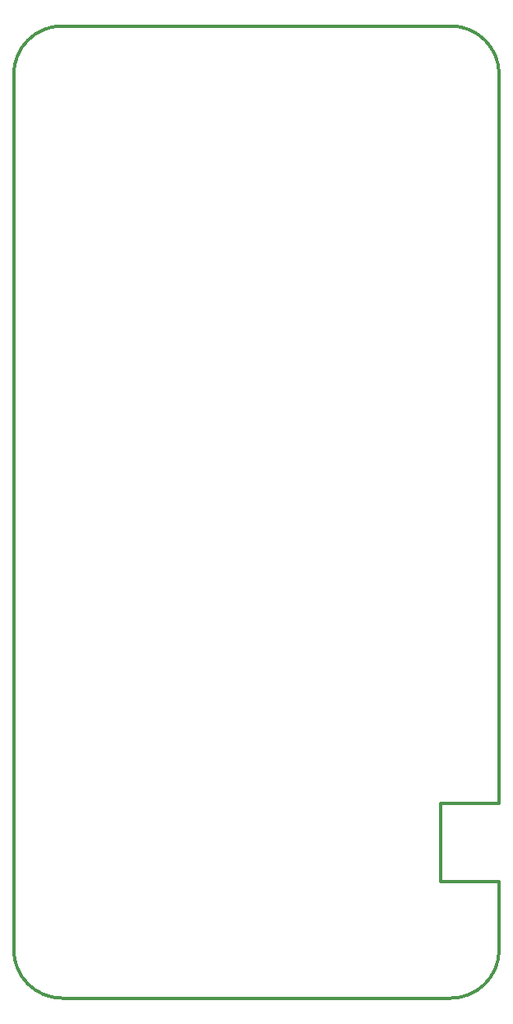
<source format=gbr>
G04 #@! TF.FileFunction,Profile,NP*
%FSLAX46Y46*%
G04 Gerber Fmt 4.6, Leading zero omitted, Abs format (unit mm)*
G04 Created by KiCad (PCBNEW 4.0.4-stable) date 08/11/17 14:19:39*
%MOMM*%
%LPD*%
G01*
G04 APERTURE LIST*
%ADD10C,0.500000*%
%ADD11C,0.300000*%
G04 APERTURE END LIST*
D10*
D11*
X50000000Y20000000D02*
X50000000Y45000000D01*
X50000000Y12000000D02*
X50000000Y5000000D01*
X50000000Y12000000D02*
X44000000Y12000000D01*
X44000000Y12000000D02*
X44000000Y20000000D01*
X44000000Y20000000D02*
X50000000Y20000000D01*
X50000000Y95000000D02*
X50000000Y45000000D01*
X0Y95000000D02*
X0Y45000000D01*
X45000000Y100000000D02*
X5000000Y100000000D01*
X5000000Y0D02*
X45000000Y0D01*
X0Y45000000D02*
X0Y5000000D01*
X0Y5000000D02*
G75*
G03X5000000Y0I5000000J0D01*
G01*
X45000000Y0D02*
G75*
G03X50000000Y5000000I0J5000000D01*
G01*
X50000000Y95000000D02*
G75*
G03X45000000Y100000000I-5000000J0D01*
G01*
X5000000Y100000000D02*
G75*
G03X0Y95000000I0J-5000000D01*
G01*
M02*

</source>
